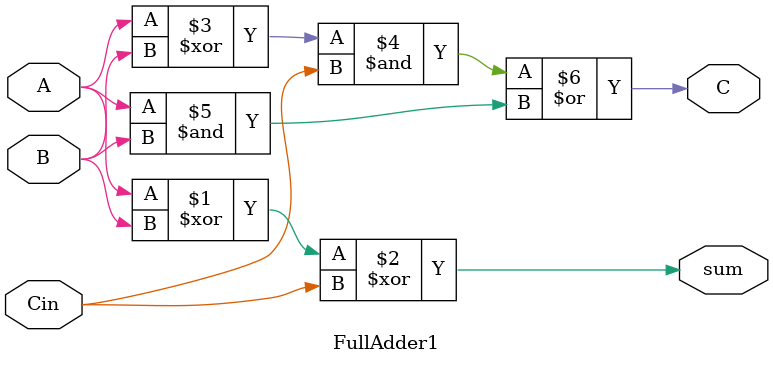
<source format=v>
module FullAdder1(A,B,Cin,sum,C);                                                                            
	input A,B,Cin;
	output sum,C;
	
	assign sum = A ^ B ^ Cin;
	assign C = ((A ^ B)&Cin) | (A&B);
	
endmodule

</source>
